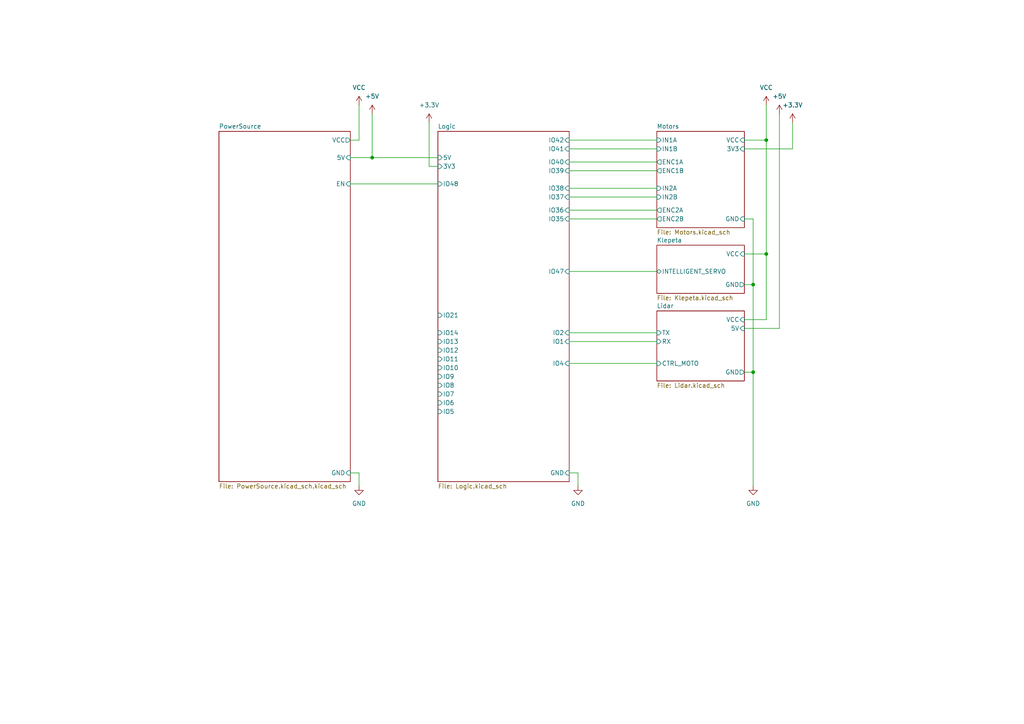
<source format=kicad_sch>
(kicad_sch (version 20211123) (generator eeschema)
  (paper "A4")
  (lib_symbols
    (symbol "power:+3.3V" (power) (pin_names (offset 0))
      (property "Value" "+3.3V" (at 0 3.556 0))
      (symbol "+3.3V_0_1"
        (polyline (pts (xy -0.762 1.27) (xy 0 2.54)))
        (polyline (pts (xy 0 0) (xy 0 2.54)))
        (polyline (pts (xy 0 2.54) (xy 0.762 1.27)))
      )
      (symbol "+3.3V_1_1"
        (pin power_in line (at 0 0 90) (length 0) hide (name "+3.3V") (number "1"))
      )
    )
    (symbol "power:+5V" (power) (pin_names (offset 0))
      (property "Value" "+5V" (at 0 3.556 0))
      (symbol "+5V_0_1"
        (polyline (pts (xy -0.762 1.27) (xy 0 2.54)))
        (polyline (pts (xy 0 0) (xy 0 2.54)))
        (polyline (pts (xy 0 2.54) (xy 0.762 1.27)))
      )
      (symbol "+5V_1_1"
        (pin power_in line (at 0 0 90) (length 0) hide (name "+5V") (number "1"))
      )
    )
    (symbol "power:GND" (power) (pin_names (offset 0))
      (property "Value" "GND" (at 0 -3.81 0))
      (symbol "GND_0_1"
        (polyline (pts (xy 0 0) (xy 0 -1.27) (xy 1.27 -1.27) (xy 0 -2.54) (xy -1.27 -1.27) (xy 0 -1.27)))
      )
      (symbol "GND_1_1"
        (pin power_in line (at 0 0 270) (length 0) hide (name "GND") (number "1"))
      )
    )
    (symbol "power:VCC" (power) (pin_names (offset 0))
      (property "Value" "VCC" (at 0 3.81 0))
      (symbol "VCC_0_1"
        (polyline (pts (xy -0.762 1.27) (xy 0 2.54)))
        (polyline (pts (xy 0 0) (xy 0 2.54)))
        (polyline (pts (xy 0 2.54) (xy 0.762 1.27)))
      )
      (symbol "VCC_1_1"
        (pin power_in line (at 0 0 90) (length 0) hide (name "VCC") (number "1"))
      )
    )
  )
  (junction (at 218.44 82.55))
  (junction (at 107.95 45.72))
  (junction (at 222.25 73.66))
  (junction (at 218.44 107.95))
  (junction (at 222.25 40.64))
  (wire (pts (xy 218.44 63.5) (xy 215.9 63.5)))
  (wire (pts (xy 222.25 73.66) (xy 222.25 92.71)))
  (wire (pts (xy 229.87 35.56) (xy 229.87 43.18)))
  (wire (pts (xy 215.9 40.64) (xy 222.25 40.64)))
  (wire (pts (xy 218.44 107.95) (xy 218.44 82.55)))
  (wire (pts (xy 165.1 60.96) (xy 190.5 60.96)))
  (wire (pts (xy 104.14 137.16) (xy 101.6 137.16)))
  (wire (pts (xy 165.1 78.74) (xy 190.5 78.74)))
  (wire (pts (xy 215.9 92.71) (xy 222.25 92.71)))
  (wire (pts (xy 226.06 33.02) (xy 226.06 95.25)))
  (wire (pts (xy 165.1 40.64) (xy 190.5 40.64)))
  (wire (pts (xy 107.95 45.72) (xy 127 45.72)))
  (wire (pts (xy 218.44 82.55) (xy 218.44 63.5)))
  (wire (pts (xy 104.14 140.97) (xy 104.14 137.16)))
  (wire (pts (xy 218.44 82.55) (xy 215.9 82.55)))
  (wire (pts (xy 165.1 43.18) (xy 190.5 43.18)))
  (wire (pts (xy 215.9 73.66) (xy 222.25 73.66)))
  (wire (pts (xy 165.1 57.15) (xy 190.5 57.15)))
  (wire (pts (xy 165.1 99.06) (xy 190.5 99.06)))
  (wire (pts (xy 165.1 63.5) (xy 190.5 63.5)))
  (wire (pts (xy 218.44 107.95) (xy 215.9 107.95)))
  (wire (pts (xy 107.95 33.02) (xy 107.95 45.72)))
  (wire (pts (xy 226.06 95.25) (xy 215.9 95.25)))
  (wire (pts (xy 165.1 49.53) (xy 190.5 49.53)))
  (wire (pts (xy 222.25 30.48) (xy 222.25 40.64)))
  (wire (pts (xy 218.44 107.95) (xy 218.44 140.97)))
  (wire (pts (xy 124.46 48.26) (xy 127 48.26)))
  (wire (pts (xy 101.6 40.64) (xy 104.14 40.64)))
  (wire (pts (xy 165.1 96.52) (xy 190.5 96.52)))
  (wire (pts (xy 167.64 137.16) (xy 165.1 137.16)))
  (wire (pts (xy 165.1 54.61) (xy 190.5 54.61)))
  (wire (pts (xy 167.64 140.97) (xy 167.64 137.16)))
  (wire (pts (xy 104.14 40.64) (xy 104.14 30.48)))
  (wire (pts (xy 165.1 46.99) (xy 190.5 46.99)))
  (wire (pts (xy 165.1 105.41) (xy 190.5 105.41)))
  (wire (pts (xy 107.95 45.72) (xy 101.6 45.72)))
  (wire (pts (xy 222.25 40.64) (xy 222.25 73.66)))
  (wire (pts (xy 101.6 53.34) (xy 127 53.34)))
  (wire (pts (xy 124.46 35.56) (xy 124.46 48.26)))
  (wire (pts (xy 229.87 43.18) (xy 215.9 43.18)))
  (symbol (lib_id "power:+3.3V") (at 124.46 35.56 0) (unit 1)
    (property "Reference" "#PWR?" (effects hide))
    (property "Value" "+3.3V" (at 124.46 30.48 0))
  )
  (symbol (lib_id "power:VCC") (at 222.25 30.48 0) (unit 1)
    (property "Reference" "#PWR?" (effects hide))
    (property "Value" "VCC" (at 222.25 25.4 0))
  )
  (symbol (lib_id "power:+5V") (at 226.06 33.02 0) (unit 1)
    (property "Reference" "#PWR?" (effects hide))
    (property "Value" "+5V" (at 226.06 27.94 0))
  )
  (symbol (lib_id "power:VCC") (at 104.14 30.48 0) (unit 1)
    (property "Reference" "#PWR?" (effects hide))
    (property "Value" "VCC" (at 104.14 25.4 0))
  )
  (symbol (lib_id "power:GND") (at 104.14 140.97 0) (unit 1)
    (property "Reference" "#PWR?" (effects hide))
    (property "Value" "GND" (at 104.14 146.05 0))
  )
  (symbol (lib_id "power:GND") (at 218.44 140.97 0) (unit 1)
    (property "Reference" "#PWR?" (effects hide))
    (property "Value" "GND" (at 218.44 146.05 0))
  )
  (symbol (lib_id "power:+5V") (at 107.95 33.02 0) (unit 1)
    (property "Reference" "#PWR?" (effects hide))
    (property "Value" "+5V" (at 107.95 27.94 0))
  )
  (symbol (lib_id "power:+3.3V") (at 229.87 35.56 0) (unit 1)
    (property "Reference" "#PWR?" (effects hide))
    (property "Value" "+3.3V" (at 229.87 30.48 0))
  )
  (symbol (lib_id "power:GND") (at 167.64 140.97 0) (unit 1)
    (property "Reference" "#PWR?" (effects hide))
    (property "Value" "GND" (at 167.64 146.05 0))
  )
  (sheet (at 190.5 90.17) (size 25.4 20.32) (stroke (width 0.1524))
    (property "Sheet name" "Lidar" (at 190.5 89.4584 0) (effects (justify left bottom)))
    (property "Sheet file" "Lidar.kicad_sch" (at 190.5 111.0746 0) (effects (justify left top)))
    (pin "GND" output (at 215.9 107.95 0))
    (pin "VCC" input (at 215.9 92.71 0))
    (pin "5V" input (at 215.9 95.25 0))
    (pin "CTRL_MOTO" input (at 190.5 105.41 180))
    (pin "RX" input (at 190.5 99.06 180))
    (pin "TX" input (at 190.5 96.52 180))
  )
  (sheet (at 63.5 38.1) (size 38.1 101.6) (stroke (width 0.1524))
    (property "Sheet name" "PowerSource" (at 63.5 37.3884 0) (effects (justify left bottom)))
    (property "Sheet file" "PowerSource.kicad_sch.kicad_sch" (at 63.5 140.2846 0) (effects (justify left top)))
    (pin "GND" input (at 101.6 137.16 0))
    (pin "VCC" output (at 101.6 40.64 0))
    (pin "5V" input (at 101.6 45.72 0))
    (pin "EN" input (at 101.6 53.34 0))
  )
  (sheet (at 190.5 71.12) (size 25.4 13.97) (stroke (width 0.1524))
    (property "Sheet name" "Klepeta" (at 190.5 70.4084 0) (effects (justify left bottom)))
    (property "Sheet file" "Klepeta.kicad_sch" (at 190.5 85.6746 0) (effects (justify left top)))
    (pin "GND" output (at 215.9 82.55 0))
    (pin "VCC" input (at 215.9 73.66 0))
    (pin "INTELLIGENT_SERVO" bidirectional (at 190.5 78.74 180))
  )
  (sheet (at 190.5 38.1) (size 25.4 27.94) (stroke (width 0.1524))
    (property "Sheet name" "Motors" (at 190.5 37.3884 0) (effects (justify left bottom)))
    (property "Sheet file" "Motors.kicad_sch" (at 190.5 66.6246 0) (effects (justify left top)))
    (pin "3V3" input (at 215.9 43.18 0))
    (pin "ENC1A" output (at 190.5 46.99 180))
    (pin "ENC1B" output (at 190.5 49.53 180))
    (pin "GND" input (at 215.9 63.5 0))
    (pin "VCC" input (at 215.9 40.64 0))
    (pin "IN1A" input (at 190.5 40.64 180))
    (pin "IN1B" input (at 190.5 43.18 180))
    (pin "IN2A" input (at 190.5 54.61 180))
    (pin "IN2B" input (at 190.5 57.15 180))
    (pin "ENC2A" output (at 190.5 60.96 180))
    (pin "ENC2B" output (at 190.5 63.5 180))
  )
  (sheet (at 127 38.1) (size 38.1 101.6) (stroke (width 0.1524))
    (property "Sheet name" "Logic" (at 127 37.3884 0) (effects (justify left bottom)))
    (property "Sheet file" "Logic.kicad_sch" (at 127 140.2846 0) (effects (justify left top)))
    (pin "IO35" input (at 165.1 63.5 0))
    (pin "IO36" input (at 165.1 60.96 0))
    (pin "IO37" input (at 165.1 57.15 0))
    (pin "5V" input (at 127 45.72 180))
    (pin "3V3" input (at 127 48.26 180))
    (pin "IO1" input (at 165.1 99.06 0))
    (pin "IO2" input (at 165.1 96.52 0))
    (pin "IO4" input (at 165.1 105.41 0))
    (pin "IO5" input (at 127 119.38 180))
    (pin "IO6" input (at 127 116.84 180))
    (pin "IO7" input (at 127 114.3 180))
    (pin "IO8" input (at 127 111.76 180))
    (pin "IO9" input (at 127 109.22 180))
    (pin "IO10" input (at 127 106.68 180))
    (pin "IO11" input (at 127 104.14 180))
    (pin "IO12" input (at 127 101.6 180))
    (pin "IO13" input (at 127 99.06 180))
    (pin "IO14" input (at 127 96.52 180))
    (pin "IO21" input (at 127 91.44 180))
    (pin "GND" input (at 165.1 137.16 0))
    (pin "IO38" input (at 165.1 54.61 0))
    (pin "IO39" input (at 165.1 49.53 0))
    (pin "IO40" input (at 165.1 46.99 0))
    (pin "IO41" input (at 165.1 43.18 0))
    (pin "IO42" input (at 165.1 40.64 0))
    (pin "IO47" input (at 165.1 78.74 0))
    (pin "IO48" input (at 127 53.34 180))
  )
)
</source>
